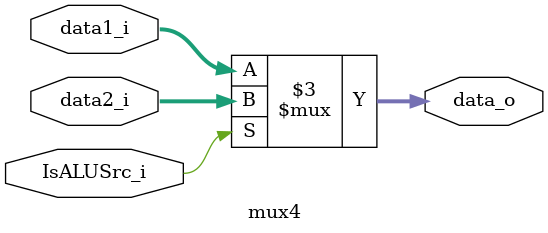
<source format=v>
module mux4(
	data1_i,//mux7 result
	data2_i,//signed extend
	IsALUSrc_i,
	data_o
);

input	[31:0]		data1_i;			
input	[31:0]		data2_i;
input				IsALUSrc_i;
output reg	[31:0]	data_o;		

always@(*)begin
	if(IsALUSrc_i)
		data_o = data2_i;
	else
		data_o = data1_i;
end	

endmodule
</source>
